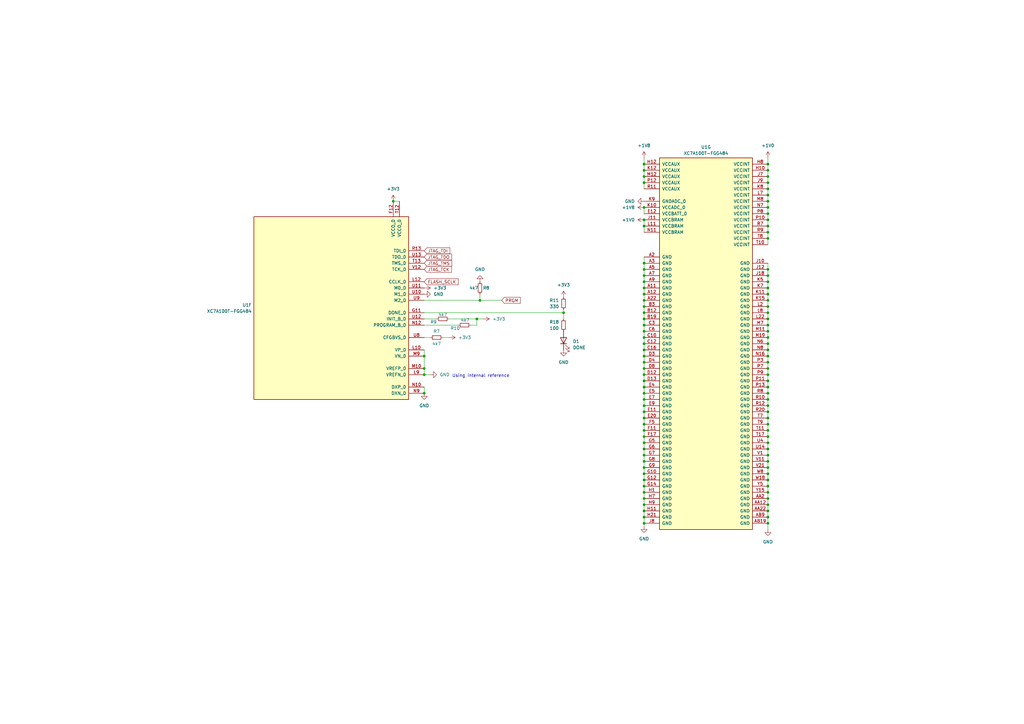
<source format=kicad_sch>
(kicad_sch (version 20231120) (generator "eeschema") (generator_version "8.0")
  (paper "A3")
  (title_block (title "FPGA SOM 1") (rev "B") (company "controlpaths.com"))
  (junction (at 264.16 173.99))
  (junction (at 314.96 146.05))
  (junction (at 173.99 153.67))
  (junction (at 314.96 171.45))
  (junction (at 264.16 118.11))
  (junction (at 314.96 196.85))
  (junction (at 314.96 166.37))
  (junction (at 264.16 191.77))
  (junction (at 314.96 184.15))
  (junction (at 314.96 151.13))
  (junction (at 264.16 201.93))
  (junction (at 314.96 110.49))
  (junction (at 264.16 161.29))
  (junction (at 264.16 196.85))
  (junction (at 264.16 72.39))
  (junction (at 314.96 161.29))
  (junction (at 264.16 74.93))
  (junction (at 264.16 125.73))
  (junction (at 314.96 148.59))
  (junction (at 314.96 85.09))
  (junction (at 264.16 133.35))
  (junction (at 264.16 67.31))
  (junction (at 264.16 110.49))
  (junction (at 314.96 138.43))
  (junction (at 264.16 207.01))
  (junction (at 264.16 138.43))
  (junction (at 314.96 143.51))
  (junction (at 264.16 146.05))
  (junction (at 264.16 148.59))
  (junction (at 314.96 115.57))
  (junction (at 314.96 179.07))
  (junction (at 264.16 199.39))
  (junction (at 314.96 80.01))
  (junction (at 264.16 194.31))
  (junction (at 314.96 125.73))
  (junction (at 314.96 140.97))
  (junction (at 314.96 207.01))
  (junction (at 173.99 146.05))
  (junction (at 264.16 179.07))
  (junction (at 314.96 77.47))
  (junction (at 314.96 113.03))
  (junction (at 314.96 214.63))
  (junction (at 314.96 133.35))
  (junction (at 314.96 128.27))
  (junction (at 264.16 212.09))
  (junction (at 264.16 120.65))
  (junction (at 314.96 153.67))
  (junction (at 264.16 107.95))
  (junction (at 173.99 151.13))
  (junction (at 314.96 123.19))
  (junction (at 161.29 82.55))
  (junction (at 264.16 69.85))
  (junction (at 314.96 97.79))
  (junction (at 314.96 90.17))
  (junction (at 264.16 176.53))
  (junction (at 314.96 199.39))
  (junction (at 264.16 186.69))
  (junction (at 314.96 212.09))
  (junction (at 264.16 92.71))
  (junction (at 314.96 191.77))
  (junction (at 314.96 156.21))
  (junction (at 314.96 158.75))
  (junction (at 196.85 123.19))
  (junction (at 314.96 67.31))
  (junction (at 314.96 87.63))
  (junction (at 314.96 209.55))
  (junction (at 314.96 74.93))
  (junction (at 264.16 204.47))
  (junction (at 173.99 161.29))
  (junction (at 314.96 194.31))
  (junction (at 314.96 176.53))
  (junction (at 314.96 173.99))
  (junction (at 264.16 115.57))
  (junction (at 314.96 181.61))
  (junction (at 264.16 166.37))
  (junction (at 264.16 143.51))
  (junction (at 314.96 135.89))
  (junction (at 264.16 130.81))
  (junction (at 314.96 201.93))
  (junction (at 314.96 95.25))
  (junction (at 314.96 186.69))
  (junction (at 264.16 171.45))
  (junction (at 314.96 204.47))
  (junction (at 264.16 140.97))
  (junction (at 264.16 128.27))
  (junction (at 264.16 189.23))
  (junction (at 314.96 130.81))
  (junction (at 264.16 209.55))
  (junction (at 264.16 156.21))
  (junction (at 264.16 151.13))
  (junction (at 264.16 153.67))
  (junction (at 264.16 181.61))
  (junction (at 264.16 123.19))
  (junction (at 195.58 130.81))
  (junction (at 264.16 158.75))
  (junction (at 314.96 69.85))
  (junction (at 264.16 113.03))
  (junction (at 314.96 82.55))
  (junction (at 314.96 189.23))
  (junction (at 314.96 168.91))
  (junction (at 314.96 92.71))
  (junction (at 264.16 90.17))
  (junction (at 264.16 184.15))
  (junction (at 264.16 85.09))
  (junction (at 264.16 168.91))
  (junction (at 264.16 135.89))
  (junction (at 264.16 214.63))
  (junction (at 314.96 72.39))
  (junction (at 314.96 163.83))
  (junction (at 264.16 163.83))
  (junction (at 314.96 120.65))
  (junction (at 231.14 128.27))
  (junction (at 314.96 118.11))
  (wire (pts (xy 195.58 133.35) (xy 195.58 130.81)))
  (wire (pts (xy 264.16 176.53) (xy 264.16 179.07)))
  (wire (pts (xy 161.29 82.55) (xy 163.83 82.55)))
  (wire (pts (xy 314.96 186.69) (xy 314.96 189.23)))
  (wire (pts (xy 314.96 196.85) (xy 314.96 199.39)))
  (wire (pts (xy 264.16 204.47) (xy 264.16 207.01)))
  (wire (pts (xy 314.96 171.45) (xy 314.96 173.99)))
  (wire (pts (xy 314.96 135.89) (xy 314.96 138.43)))
  (wire (pts (xy 314.96 151.13) (xy 314.96 153.67)))
  (wire (pts (xy 264.16 168.91) (xy 264.16 171.45)))
  (wire (pts (xy 264.16 184.15) (xy 264.16 186.69)))
  (wire (pts (xy 264.16 151.13) (xy 264.16 153.67)))
  (wire (pts (xy 264.16 128.27) (xy 264.16 130.81)))
  (wire (pts (xy 264.16 130.81) (xy 264.16 133.35)))
  (wire (pts (xy 196.85 123.19) (xy 205.74 123.19)))
  (wire (pts (xy 173.99 158.75) (xy 173.99 161.29)))
  (wire (pts (xy 264.16 115.57) (xy 264.16 118.11)))
  (wire (pts (xy 264.16 156.21) (xy 264.16 158.75)))
  (wire (pts (xy 264.16 189.23) (xy 264.16 191.77)))
  (wire (pts (xy 173.99 123.19) (xy 196.85 123.19)))
  (wire (pts (xy 173.99 133.35) (xy 187.96 133.35)))
  (wire (pts (xy 264.16 67.31) (xy 264.16 69.85)))
  (wire (pts (xy 314.96 123.19) (xy 314.96 125.73)))
  (wire (pts (xy 184.15 130.81) (xy 195.58 130.81)))
  (wire (pts (xy 314.96 80.01) (xy 314.96 82.55)))
  (wire (pts (xy 314.96 207.01) (xy 314.96 209.55)))
  (wire (pts (xy 264.16 181.61) (xy 264.16 184.15)))
  (wire (pts (xy 264.16 140.97) (xy 264.16 143.51)))
  (wire (pts (xy 314.96 212.09) (xy 314.96 214.63)))
  (wire (pts (xy 314.96 133.35) (xy 314.96 135.89)))
  (wire (pts (xy 314.96 214.63) (xy 314.96 217.17)))
  (wire (pts (xy 264.16 166.37) (xy 264.16 168.91)))
  (wire (pts (xy 314.96 173.99) (xy 314.96 176.53)))
  (wire (pts (xy 314.96 184.15) (xy 314.96 186.69)))
  (wire (pts (xy 314.96 140.97) (xy 314.96 143.51)))
  (wire (pts (xy 314.96 156.21) (xy 314.96 158.75)))
  (wire (pts (xy 314.96 87.63) (xy 314.96 90.17)))
  (wire (pts (xy 314.96 95.25) (xy 314.96 97.79)))
  (wire (pts (xy 314.96 158.75) (xy 314.96 161.29)))
  (wire (pts (xy 264.16 163.83) (xy 264.16 166.37)))
  (wire (pts (xy 314.96 130.81) (xy 314.96 133.35)))
  (wire (pts (xy 264.16 201.93) (xy 264.16 204.47)))
  (wire (pts (xy 173.99 153.67) (xy 176.53 153.67)))
  (wire (pts (xy 314.96 107.95) (xy 314.96 110.49)))
  (wire (pts (xy 264.16 173.99) (xy 264.16 176.53)))
  (wire (pts (xy 264.16 113.03) (xy 264.16 115.57)))
  (wire (pts (xy 314.96 72.39) (xy 314.96 74.93)))
  (wire (pts (xy 196.85 120.65) (xy 196.85 123.19)))
  (wire (pts (xy 314.96 163.83) (xy 314.96 166.37)))
  (wire (pts (xy 314.96 118.11) (xy 314.96 120.65)))
  (wire (pts (xy 195.58 130.81) (xy 198.12 130.81)))
  (wire (pts (xy 314.96 67.31) (xy 314.96 69.85)))
  (wire (pts (xy 314.96 166.37) (xy 314.96 168.91)))
  (wire (pts (xy 231.14 128.27) (xy 231.14 127)))
  (wire (pts (xy 264.16 148.59) (xy 264.16 151.13)))
  (wire (pts (xy 264.16 125.73) (xy 264.16 128.27)))
  (wire (pts (xy 314.96 82.55) (xy 314.96 85.09)))
  (wire (pts (xy 173.99 151.13) (xy 173.99 153.67)))
  (wire (pts (xy 314.96 148.59) (xy 314.96 151.13)))
  (wire (pts (xy 173.99 146.05) (xy 173.99 151.13)))
  (wire (pts (xy 193.04 133.35) (xy 195.58 133.35)))
  (wire (pts (xy 231.14 128.27) (xy 231.14 130.81)))
  (wire (pts (xy 264.16 92.71) (xy 264.16 95.25)))
  (wire (pts (xy 314.96 176.53) (xy 314.96 179.07)))
  (wire (pts (xy 314.96 128.27) (xy 314.96 130.81)))
  (wire (pts (xy 264.16 191.77) (xy 264.16 194.31)))
  (wire (pts (xy 264.16 64.77) (xy 264.16 67.31)))
  (wire (pts (xy 314.96 199.39) (xy 314.96 201.93)))
  (wire (pts (xy 264.16 90.17) (xy 264.16 92.71)))
  (wire (pts (xy 264.16 120.65) (xy 264.16 123.19)))
  (wire (pts (xy 181.61 138.43) (xy 184.15 138.43)))
  (wire (pts (xy 314.96 153.67) (xy 314.96 156.21)))
  (wire (pts (xy 264.16 212.09) (xy 264.16 214.63)))
  (wire (pts (xy 314.96 138.43) (xy 314.96 140.97)))
  (wire (pts (xy 264.16 153.67) (xy 264.16 156.21)))
  (wire (pts (xy 314.96 189.23) (xy 314.96 191.77)))
  (wire (pts (xy 264.16 194.31) (xy 264.16 196.85)))
  (wire (pts (xy 264.16 133.35) (xy 264.16 135.89)))
  (wire (pts (xy 264.16 72.39) (xy 264.16 74.93)))
  (wire (pts (xy 314.96 194.31) (xy 314.96 196.85)))
  (wire (pts (xy 264.16 74.93) (xy 264.16 77.47)))
  (wire (pts (xy 264.16 105.41) (xy 264.16 107.95)))
  (wire (pts (xy 314.96 90.17) (xy 314.96 92.71)))
  (wire (pts (xy 264.16 118.11) (xy 264.16 120.65)))
  (wire (pts (xy 314.96 92.71) (xy 314.96 95.25)))
  (wire (pts (xy 314.96 77.47) (xy 314.96 80.01)))
  (wire (pts (xy 314.96 74.93) (xy 314.96 77.47)))
  (wire (pts (xy 264.16 138.43) (xy 264.16 140.97)))
  (wire (pts (xy 264.16 146.05) (xy 264.16 148.59)))
  (wire (pts (xy 173.99 138.43) (xy 176.53 138.43)))
  (wire (pts (xy 264.16 207.01) (xy 264.16 209.55)))
  (wire (pts (xy 314.96 143.51) (xy 314.96 146.05)))
  (wire (pts (xy 173.99 143.51) (xy 173.99 146.05)))
  (wire (pts (xy 314.96 125.73) (xy 314.96 128.27)))
  (wire (pts (xy 264.16 199.39) (xy 264.16 201.93)))
  (wire (pts (xy 264.16 123.19) (xy 264.16 125.73)))
  (wire (pts (xy 314.96 110.49) (xy 314.96 113.03)))
  (wire (pts (xy 264.16 110.49) (xy 264.16 113.03)))
  (wire (pts (xy 314.96 161.29) (xy 314.96 163.83)))
  (wire (pts (xy 314.96 168.91) (xy 314.96 171.45)))
  (wire (pts (xy 314.96 181.61) (xy 314.96 184.15)))
  (wire (pts (xy 264.16 135.89) (xy 264.16 138.43)))
  (wire (pts (xy 173.99 130.81) (xy 179.07 130.81)))
  (wire (pts (xy 314.96 191.77) (xy 314.96 194.31)))
  (wire (pts (xy 264.16 186.69) (xy 264.16 189.23)))
  (wire (pts (xy 173.99 128.27) (xy 231.14 128.27)))
  (wire (pts (xy 314.96 146.05) (xy 314.96 148.59)))
  (wire (pts (xy 264.16 214.63) (xy 264.16 215.9)))
  (wire (pts (xy 264.16 171.45) (xy 264.16 173.99)))
  (wire (pts (xy 264.16 161.29) (xy 264.16 163.83)))
  (wire (pts (xy 264.16 85.09) (xy 264.16 87.63)))
  (wire (pts (xy 314.96 85.09) (xy 314.96 87.63)))
  (wire (pts (xy 264.16 179.07) (xy 264.16 181.61)))
  (wire (pts (xy 314.96 115.57) (xy 314.96 118.11)))
  (wire (pts (xy 314.96 209.55) (xy 314.96 212.09)))
  (wire (pts (xy 264.16 196.85) (xy 264.16 199.39)))
  (wire (pts (xy 314.96 69.85) (xy 314.96 72.39)))
  (wire (pts (xy 314.96 201.93) (xy 314.96 204.47)))
  (wire (pts (xy 264.16 209.55) (xy 264.16 212.09)))
  (wire (pts (xy 264.16 143.51) (xy 264.16 146.05)))
  (wire (pts (xy 314.96 179.07) (xy 314.96 181.61)))
  (wire (pts (xy 314.96 97.79) (xy 314.96 100.33)))
  (wire (pts (xy 314.96 204.47) (xy 314.96 207.01)))
  (wire (pts (xy 264.16 158.75) (xy 264.16 161.29)))
  (wire (pts (xy 314.96 113.03) (xy 314.96 115.57)))
  (wire (pts (xy 314.96 64.77) (xy 314.96 67.31)))
  (wire (pts (xy 314.96 120.65) (xy 314.96 123.19)))
  (wire (pts (xy 264.16 69.85) (xy 264.16 72.39)))
  (wire (pts (xy 264.16 107.95) (xy 264.16 110.49)))
  (text "Using internal reference" (at 185.42 154.94 0) (effects (font (size 1.27 1.27)) (justify left bottom)))
  (global_label "PRGM" (shape input) (at 205.74 123.19 0) (property "Intersheetrefs" "${INTERSHEET_REFS}" (effects (hide yes))))
  (global_label "JTAG_TDI" (shape input) (at 173.99 102.87 0) (property "Intersheetrefs" "${INTERSHEET_REFS}" (effects (hide yes))))
  (global_label "JTAG_TDO" (shape input) (at 173.99 105.41 0) (property "Intersheetrefs" "${INTERSHEET_REFS}" (effects (hide yes))))
  (global_label "JTAG_TMS" (shape input) (at 173.99 107.95 0) (property "Intersheetrefs" "${INTERSHEET_REFS}" (effects (hide yes))))
  (global_label "JTAG_TCK" (shape input) (at 173.99 110.49 0) (property "Intersheetrefs" "${INTERSHEET_REFS}" (effects (hide yes))))
  (global_label "FLASH_SCLK" (shape input) (at 173.99 115.57 0) (property "Intersheetrefs" "${INTERSHEET_REFS}" (effects (hide yes))))
  (symbol (lib_id "power:+3V3") (at 198.12 130.81 270) (unit 1)
    (property "Reference" "#PWR046" (effects (hide yes)))
    (property "Value" "+3V3" (at 201.93 130.81 90) (effects (justify left)))
  )
  (symbol (lib_id "FPGA_Xilinx_Artix7:XC7A100T-FGG484") (at 289.56 140.97 0) (unit 7)
    (property "Reference" "U1" (at 289.56 60.325 0))
    (property "Value" "XC7A100T-FGG484" (at 289.56 62.865 0))
    (property "Footprint" "Package_BGA:Xilinx_FGG484" (effects (hide yes)))
  )
  (symbol (lib_id "power:+1V8") (at 264.16 64.77 0) (unit 1)
    (property "Reference" "#PWR027" (effects (hide yes)))
    (property "Value" "+1V8" (at 264.16 59.69 0))
  )
  (symbol (lib_id "Device:R_Small") (at 181.61 130.81 90) (unit 1)
    (property "Reference" "R9" (at 177.8 132.08 90))
    (property "Value" "4k7" (at 181.61 129.032 90))
    (property "Footprint" "Resistor_SMD:R_0402_1005Metric" (effects (hide yes)))
    (property "JLC Part" "C25900" (effects (hide yes)))
  )
  (symbol (lib_id "Device:R_Small") (at 231.14 133.35 180) (unit 1)
    (property "Reference" "R18" (at 227.33 132.08 0))
    (property "Value" "100" (at 227.33 134.62 0))
    (property "Footprint" "Resistor_SMD:R_0402_1005Metric" (effects (hide yes)))
    (property "JLC Part" "C25076" (effects (hide yes)))
  )
  (symbol (lib_id "power:+3V3") (at 161.29 82.55 0) (unit 1)
    (property "Reference" "#PWR031" (effects (hide yes)))
    (property "Value" "+3V3" (at 161.29 77.47 0))
  )
  (symbol (lib_id "Device:R_Small") (at 179.07 138.43 90) (unit 1)
    (property "Reference" "R7" (at 179.07 135.89 90))
    (property "Value" "4k7" (at 179.07 140.97 90))
    (property "Footprint" "Resistor_SMD:R_0402_1005Metric" (effects (hide yes)))
    (property "JLC Part" "C25900" (effects (hide yes)))
  )
  (symbol (lib_id "power:GND") (at 173.99 120.65 90) (unit 1)
    (property "Reference" "#PWR043" (effects (hide yes)))
    (property "Value" "GND" (at 177.8 120.65 90) (effects (justify right)))
  )
  (symbol (lib_id "power:+1V0") (at 264.16 90.17 90) (unit 1)
    (property "Reference" "#PWR028" (effects (hide yes)))
    (property "Value" "+1V0" (at 260.35 90.17 90) (effects (justify left)))
  )
  (symbol (lib_id "power:GND") (at 314.96 217.17 0) (unit 1)
    (property "Reference" "#PWR025" (effects (hide yes)))
    (property "Value" "GND" (at 314.96 222.25 0))
  )
  (symbol (lib_id "Device:R_Small") (at 196.85 118.11 180) (unit 1)
    (property "Reference" "R8" (at 199.39 118.11 0))
    (property "Value" "4k7" (at 194.31 118.11 0))
    (property "Footprint" "Resistor_SMD:R_0402_1005Metric" (effects (hide yes)))
    (property "JLC Part" "C25900" (effects (hide yes)))
  )
  (symbol (lib_id "power:+1V0") (at 314.96 64.77 0) (unit 1)
    (property "Reference" "#PWR026" (effects (hide yes)))
    (property "Value" "+1V0" (at 314.96 59.69 0))
  )
  (symbol (lib_id "power:+1V8") (at 264.16 85.09 90) (unit 1)
    (property "Reference" "#PWR029" (effects (hide yes)))
    (property "Value" "+1V8" (at 260.35 85.09 90) (effects (justify left)))
  )
  (symbol (lib_id "power:GND") (at 264.16 215.9 0) (unit 1)
    (property "Reference" "#PWR024" (effects (hide yes)))
    (property "Value" "GND" (at 264.16 220.98 0))
  )
  (symbol (lib_id "Device:R_Small") (at 231.14 124.46 180) (unit 1)
    (property "Reference" "R11" (at 227.33 123.19 0))
    (property "Value" "330" (at 227.33 125.73 0))
    (property "Footprint" "Resistor_SMD:R_0402_1005Metric" (effects (hide yes)))
    (property "JLC Part" "C881192" (effects (hide yes)))
  )
  (symbol (lib_id "power:+3V3") (at 184.15 138.43 270) (unit 1)
    (property "Reference" "#PWR040" (effects (hide yes)))
    (property "Value" "+3V3" (at 187.96 138.43 90) (effects (justify left)))
  )
  (symbol (lib_id "power:GND") (at 264.16 82.55 270) (unit 1)
    (property "Reference" "#PWR030" (effects (hide yes)))
    (property "Value" "GND" (at 260.35 82.55 90) (effects (justify right)))
  )
  (symbol (lib_id "Device:R_Small") (at 190.5 133.35 90) (unit 1)
    (property "Reference" "R10" (at 186.69 134.62 90))
    (property "Value" "4k7" (at 190.754 131.318 90))
    (property "Footprint" "Resistor_SMD:R_0402_1005Metric" (effects (hide yes)))
    (property "JLC Part" "C25900" (effects (hide yes)))
  )
  (symbol (lib_id "power:GND") (at 196.85 115.57 180) (unit 1)
    (property "Reference" "#PWR045" (effects (hide yes)))
    (property "Value" "GND" (at 196.85 110.49 0))
  )
  (symbol (lib_id "power:+3V3") (at 231.14 121.92 0) (unit 1)
    (property "Reference" "#PWR047" (effects (hide yes)))
    (property "Value" "+3V3" (at 231.14 116.84 0))
  )
  (symbol (lib_id "power:GND") (at 173.99 161.29 0) (unit 1)
    (property "Reference" "#PWR041" (effects (hide yes)))
    (property "Value" "GND" (at 173.99 166.37 0))
  )
  (symbol (lib_id "Device:LED") (at 231.14 139.7 90) (unit 1)
    (property "Reference" "D1" (at 234.95 140.0175 90) (effects (justify right)))
    (property "Value" "DONE" (at 234.95 142.5575 90) (effects (justify right)))
    (property "Footprint" "LED_SMD:LED_0603_1608Metric" (effects (hide yes)))
    (property "JLC Part" "C89814" (effects (hide yes)))
  )
  (symbol (lib_id "power:+3V3") (at 173.99 118.11 270) (unit 1)
    (property "Reference" "#PWR042" (effects (hide yes)))
    (property "Value" "+3V3" (at 177.8 118.11 90) (effects (justify left)))
  )
  (symbol (lib_id "power:GND") (at 231.14 143.51 0) (unit 1)
    (property "Reference" "#PWR048" (effects (hide yes)))
    (property "Value" "GND" (at 231.14 148.59 0))
  )
  (symbol (lib_id "power:GND") (at 176.53 153.67 90) (unit 1)
    (property "Reference" "#PWR049" (effects (hide yes)))
    (property "Value" "GND" (at 180.34 153.67 90) (effects (justify right)))
  )
  (symbol (lib_id "FPGA_Xilinx_Artix7:XC7A100T-FGG484") (at 135.89 123.19 0) (unit 6)
    (property "Reference" "U1" (at 103.251 125.095 0) (effects (justify right)))
    (property "Value" "XC7A100T-FGG484" (at 103.251 127.635 0) (effects (justify right)))
    (property "Footprint" "Package_BGA:Xilinx_FGG484" (effects (hide yes)))
  )
)
</source>
